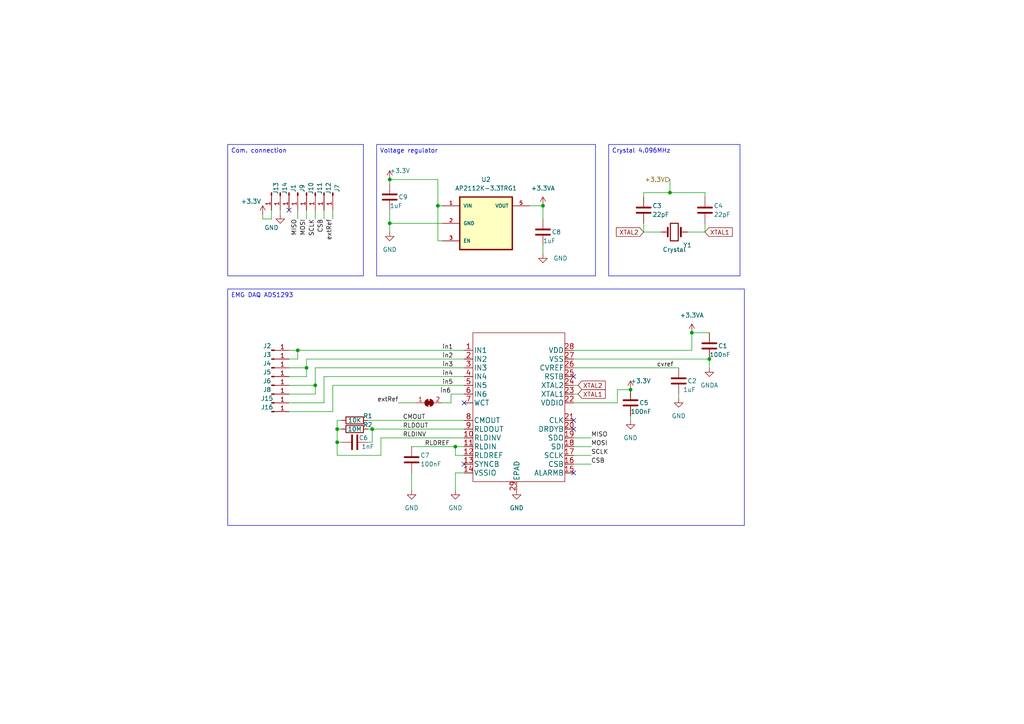
<source format=kicad_sch>
(kicad_sch (version 20231120) (generator "eeschema") (generator_version "8.0")
  (paper "A4")
  (title_block (title "EMG DAQ ADS1293") (date "2023-12-07") (rev "v1.0") (company "Aightech"))
  (lib_symbols
    (symbol "00_custom:ADS1293CISQE-NOPB" (pin_names (offset 0.254))
      (property "Reference" "U" (at 5.08 1.27 0))
      (property "Value" "ADS1293CISQE-NOPB" (at 16.51 -1.27 0))
      (symbol "ADS1293CISQE-NOPB_0_1"
        (rectangle (start 2.54 0) (end 29.21 -43.18))
      )
      (symbol "ADS1293CISQE-NOPB_1_1"
        (pin input line (at 0 -5.08 0) (length 2.54) (name "IN1") (number "1"))
        (pin input line (at 0 -30.48 0) (length 2.54) (name "RLDINV") (number "10"))
        (pin bidirectional line (at 0 -33.02 0) (length 2.54) (name "RLDIN") (number "11"))
        (pin output line (at 0 -35.56 0) (length 2.54) (name "RLDREF") (number "12"))
        (pin bidirectional line (at 0 -38.1 0) (length 2.54) (name "SYNCB") (number "13"))
        (pin power_in line (at 0 -40.64 0) (length 2.54) (name "VSSIO") (number "14"))
        (pin output line (at 31.75 -40.64 180) (length 2.54) (name "ALARMB") (number "15"))
        (pin input line (at 31.75 -38.1 180) (length 2.54) (name "CSB") (number "16"))
        (pin input line (at 31.75 -35.56 180) (length 2.54) (name "SCLK") (number "17"))
        (pin input line (at 31.75 -33.02 180) (length 2.54) (name "SDI") (number "18"))
        (pin output line (at 31.75 -30.48 180) (length 2.54) (name "SDO") (number "19"))
        (pin input line (at 0 -7.62 0) (length 2.54) (name "IN2") (number "2"))
        (pin output line (at 31.75 -27.94 180) (length 2.54) (name "DRDYB") (number "20"))
        (pin bidirectional line (at 31.75 -25.4 180) (length 2.54) (name "CLK") (number "21"))
        (pin power_in line (at 31.75 -20.32 180) (length 2.54) (name "VDDIO") (number "22"))
        (pin input line (at 31.75 -17.78 180) (length 2.54) (name "XTAL1") (number "23"))
        (pin input line (at 31.75 -15.24 180) (length 2.54) (name "XTAL2") (number "24"))
        (pin input line (at 31.75 -12.7 180) (length 2.54) (name "RSTB") (number "25"))
        (pin bidirectional line (at 31.75 -10.16 180) (length 2.54) (name "CVREF") (number "26"))
        (pin power_in line (at 31.75 -7.62 180) (length 2.54) (name "VSS") (number "27"))
        (pin power_in line (at 31.75 -5.08 180) (length 2.54) (name "VDD") (number "28"))
        (pin unspecified line (at 15.24 -45.72 90) (length 2.54) (name "EPAD") (number "29"))
        (pin input line (at 0 -10.16 0) (length 2.54) (name "IN3") (number "3"))
        (pin input line (at 0 -12.7 0) (length 2.54) (name "IN4") (number "4"))
        (pin input line (at 0 -15.24 0) (length 2.54) (name "IN5") (number "5"))
        (pin input line (at 0 -17.78 0) (length 2.54) (name "IN6") (number "6"))
        (pin output line (at 0 -20.32 0) (length 2.54) (name "WCT") (number "7"))
        (pin output line (at 0 -25.4 0) (length 2.54) (name "CMOUT") (number "8"))
        (pin output line (at 0 -27.94 0) (length 2.54) (name "RLDOUT") (number "9"))
      )
    )
    (symbol "00_custom:AP2112K-3.3TRG1" (pin_names (offset 1.016))
      (property "Reference" "U" (at -7.663 8.6476 0))
      (property "Value" "AP2112K-3.3TRG1" (at -7.6489 -11.6507 0))
      (symbol "AP2112K-3.3TRG1_0_0"
        (rectangle (start -7.62 7.62) (end 7.62 -7.62) (stroke (width 0.41)) (fill (type background)))
        (pin power_in line (at -12.7 5.08 0) (length 5.08) (name "VIN") (number "1"))
        (pin power_in line (at -12.7 0 0) (length 5.08) (name "GND") (number "2"))
        (pin input line (at -12.7 -5.08 0) (length 5.08) (name "EN") (number "3"))
        (pin power_in line (at 12.7 5.08 180) (length 5.08) (name "VOUT") (number "5"))
      )
    )
    (symbol "Connector:Conn_01x01_Pin" (pin_names (offset 1.016) hide)
      (property "Reference" "J" (at 0 2.54 0))
      (property "Value" "Conn_01x01_Pin" (at 0 -2.54 0))
      (symbol "Conn_01x01_Pin_1_1"
        (polyline (pts (xy 1.27 0) (xy 0.8636 0)) (stroke (width 0.1524)))
        (rectangle (start 0.8636 0.127) (end 0 -0.127) (stroke (width 0.1524)) (fill (type outline)))
        (pin passive line (at 5.08 0 180) (length 3.81) (name "Pin_1") (number "1"))
      )
    )
    (symbol "Device:C" (pin_numbers hide) (pin_names (offset 0.254))
      (property "Reference" "C" (at 0.635 2.54 0))
      (property "Value" "C" (at 0.635 -2.54 0))
      (symbol "C_0_1"
        (polyline (pts (xy -2.032 -0.762) (xy 2.032 -0.762)) (stroke (width 0.508)))
        (polyline (pts (xy -2.032 0.762) (xy 2.032 0.762)) (stroke (width 0.508)))
      )
      (symbol "C_1_1"
        (pin passive line (at 0 3.81 270) (length 2.794) (name "~") (number "1"))
        (pin passive line (at 0 -3.81 90) (length 2.794) (name "~") (number "2"))
      )
    )
    (symbol "Device:Crystal" (pin_numbers hide) (pin_names (offset 1.016) hide)
      (property "Reference" "Y" (at 0 3.81 0))
      (property "Value" "Crystal" (at 0 -3.81 0))
      (symbol "Crystal_0_1"
        (rectangle (start -1.143 2.54) (end 1.143 -2.54) (stroke (width 0.3048)))
        (polyline (pts (xy -2.54 0) (xy -1.905 0)))
        (polyline (pts (xy -1.905 -1.27) (xy -1.905 1.27)) (stroke (width 0.508)))
        (polyline (pts (xy 1.905 -1.27) (xy 1.905 1.27)) (stroke (width 0.508)))
        (polyline (pts (xy 2.54 0) (xy 1.905 0)))
      )
      (symbol "Crystal_1_1"
        (pin passive line (at -3.81 0 0) (length 1.27) (name "1") (number "1"))
        (pin passive line (at 3.81 0 180) (length 1.27) (name "2") (number "2"))
      )
    )
    (symbol "Device:R" (pin_numbers hide) (pin_names (offset 0))
      (property "Reference" "R" (at 2.032 0 90))
      (property "Value" "R" (at 0 0 90))
      (symbol "R_0_1"
        (rectangle (start -1.016 -2.54) (end 1.016 2.54) (stroke (width 0.254)))
      )
      (symbol "R_1_1"
        (pin passive line (at 0 3.81 270) (length 1.27) (name "~") (number "1"))
        (pin passive line (at 0 -3.81 90) (length 1.27) (name "~") (number "2"))
      )
    )
    (symbol "Jumper:SolderJumper_2_Bridged" (pin_names (offset 0) hide)
      (property "Reference" "JP" (at 0 2.032 0))
      (property "Value" "SolderJumper_2_Bridged" (at 0 -2.54 0))
      (symbol "SolderJumper_2_Bridged_0_1"
        (rectangle (start -0.508 0.508) (end 0.508 -0.508) (fill (type outline)))
        (arc (start -0.254 1.016) (mid -1.2656 0) (end -0.254 -1.016))
        (arc (start -0.254 1.016) (mid -1.2656 0) (end -0.254 -1.016) (fill (type outline)))
        (polyline (pts (xy -0.254 1.016) (xy -0.254 -1.016)))
        (polyline (pts (xy 0.254 1.016) (xy 0.254 -1.016)))
        (arc (start 0.254 -1.016) (mid 1.2656 0) (end 0.254 1.016))
        (arc (start 0.254 -1.016) (mid 1.2656 0) (end 0.254 1.016) (fill (type outline)))
      )
      (symbol "SolderJumper_2_Bridged_1_1"
        (pin passive line (at -3.81 0 0) (length 2.54) (name "A") (number "1"))
        (pin passive line (at 3.81 0 180) (length 2.54) (name "B") (number "2"))
      )
    )
    (symbol "power:+3.3V" (power) (pin_names (offset 0))
      (property "Value" "+3.3V" (at 0 3.556 0))
      (symbol "+3.3V_0_1"
        (polyline (pts (xy -0.762 1.27) (xy 0 2.54)))
        (polyline (pts (xy 0 0) (xy 0 2.54)))
        (polyline (pts (xy 0 2.54) (xy 0.762 1.27)))
      )
      (symbol "+3.3V_1_1"
        (pin power_in line (at 0 0 90) (length 0) hide (name "+3.3V") (number "1"))
      )
    )
    (symbol "power:+3.3VA" (power) (pin_names (offset 0))
      (property "Value" "+3.3VA" (at 0 3.556 0))
      (symbol "+3.3VA_0_1"
        (polyline (pts (xy -0.762 1.27) (xy 0 2.54)))
        (polyline (pts (xy 0 0) (xy 0 2.54)))
        (polyline (pts (xy 0 2.54) (xy 0.762 1.27)))
      )
      (symbol "+3.3VA_1_1"
        (pin power_in line (at 0 0 90) (length 0) hide (name "+3.3VA") (number "1"))
      )
    )
    (symbol "power:GND" (power) (pin_names (offset 0))
      (property "Value" "GND" (at 0 -3.81 0))
      (symbol "GND_0_1"
        (polyline (pts (xy 0 0) (xy 0 -1.27) (xy 1.27 -1.27) (xy 0 -2.54) (xy -1.27 -1.27) (xy 0 -1.27)))
      )
      (symbol "GND_1_1"
        (pin power_in line (at 0 0 270) (length 0) hide (name "GND") (number "1"))
      )
    )
    (symbol "power:GNDA" (power) (pin_names (offset 0))
      (property "Value" "GNDA" (at 0 -3.81 0))
      (symbol "GNDA_0_1"
        (polyline (pts (xy 0 0) (xy 0 -1.27) (xy 1.27 -1.27) (xy 0 -2.54) (xy -1.27 -1.27) (xy 0 -1.27)))
      )
      (symbol "GNDA_1_1"
        (pin power_in line (at 0 0 270) (length 0) hide (name "GNDA") (number "1"))
      )
    )
  )
  (junction (at 205.74 104.14))
  (junction (at 107.95 124.46))
  (junction (at 113.03 64.77))
  (junction (at 88.9 106.68))
  (junction (at 91.44 111.76))
  (junction (at 97.79 128.27))
  (junction (at 194.31 55.88))
  (junction (at 86.36 101.6))
  (junction (at 200.66 96.52))
  (junction (at 132.08 129.54))
  (junction (at 113.03 52.07))
  (junction (at 157.48 59.69))
  (junction (at 127 59.69))
  (junction (at 182.88 113.03))
  (junction (at 97.79 124.46))
  (no_connect (at 166.37 109.22))
  (no_connect (at 83.82 60.96))
  (no_connect (at 166.37 121.92))
  (no_connect (at 166.37 124.46))
  (no_connect (at 166.37 137.16))
  (no_connect (at 134.62 134.62))
  (no_connect (at 134.62 116.84))
  (wire (pts (xy 99.06 121.92) (xy 97.79 121.92)))
  (wire (pts (xy 91.44 106.68) (xy 91.44 111.76)))
  (wire (pts (xy 86.36 101.6) (xy 134.62 101.6)))
  (wire (pts (xy 83.82 104.14) (xy 86.36 104.14)))
  (wire (pts (xy 113.03 60.96) (xy 113.03 64.77)))
  (wire (pts (xy 166.37 106.68) (xy 196.85 106.68)))
  (wire (pts (xy 186.69 55.88) (xy 186.69 57.15)))
  (wire (pts (xy 194.31 55.88) (xy 186.69 55.88)))
  (wire (pts (xy 186.69 64.77) (xy 186.69 67.31)))
  (wire (pts (xy 127 69.85) (xy 127 59.69)))
  (wire (pts (xy 115.57 116.84) (xy 120.65 116.84)))
  (wire (pts (xy 88.9 60.96) (xy 88.9 63.5)))
  (wire (pts (xy 132.08 129.54) (xy 134.62 129.54)))
  (wire (pts (xy 194.31 55.88) (xy 204.47 55.88)))
  (wire (pts (xy 134.62 104.14) (xy 88.9 104.14)))
  (wire (pts (xy 166.37 104.14) (xy 205.74 104.14)))
  (wire (pts (xy 205.74 96.52) (xy 200.66 96.52)))
  (wire (pts (xy 127 59.69) (xy 128.27 59.69)))
  (wire (pts (xy 97.79 132.08) (xy 97.79 128.27)))
  (wire (pts (xy 97.79 124.46) (xy 97.79 128.27)))
  (wire (pts (xy 96.52 60.96) (xy 96.52 63.5)))
  (wire (pts (xy 88.9 109.22) (xy 88.9 106.68)))
  (wire (pts (xy 196.85 114.3) (xy 196.85 115.57)))
  (wire (pts (xy 83.82 109.22) (xy 88.9 109.22)))
  (wire (pts (xy 194.31 52.07) (xy 194.31 55.88)))
  (wire (pts (xy 91.44 60.96) (xy 91.44 63.5)))
  (wire (pts (xy 182.88 120.65) (xy 182.88 121.92)))
  (wire (pts (xy 130.81 114.3) (xy 134.62 114.3)))
  (wire (pts (xy 204.47 57.15) (xy 204.47 55.88)))
  (wire (pts (xy 166.37 132.08) (xy 171.45 132.08)))
  (wire (pts (xy 119.38 129.54) (xy 132.08 129.54)))
  (wire (pts (xy 96.52 111.76) (xy 96.52 119.38)))
  (wire (pts (xy 179.07 116.84) (xy 179.07 113.03)))
  (wire (pts (xy 128.27 116.84) (xy 130.81 116.84)))
  (wire (pts (xy 113.03 64.77) (xy 128.27 64.77)))
  (wire (pts (xy 205.74 104.14) (xy 205.74 106.68)))
  (wire (pts (xy 91.44 111.76) (xy 83.82 111.76)))
  (wire (pts (xy 97.79 128.27) (xy 99.06 128.27)))
  (wire (pts (xy 110.49 127) (xy 134.62 127)))
  (wire (pts (xy 76.2 63.5) (xy 78.74 63.5)))
  (wire (pts (xy 166.37 116.84) (xy 179.07 116.84)))
  (wire (pts (xy 130.81 116.84) (xy 130.81 114.3)))
  (wire (pts (xy 128.27 69.85) (xy 127 69.85)))
  (wire (pts (xy 83.82 114.3) (xy 91.44 114.3)))
  (wire (pts (xy 86.36 104.14) (xy 86.36 101.6)))
  (wire (pts (xy 134.62 132.08) (xy 132.08 132.08)))
  (wire (pts (xy 93.98 116.84) (xy 83.82 116.84)))
  (wire (pts (xy 107.95 124.46) (xy 107.95 128.27)))
  (wire (pts (xy 179.07 113.03) (xy 182.88 113.03)))
  (wire (pts (xy 134.62 109.22) (xy 93.98 109.22)))
  (wire (pts (xy 166.37 101.6) (xy 200.66 101.6)))
  (wire (pts (xy 127 52.07) (xy 127 59.69)))
  (wire (pts (xy 113.03 53.34) (xy 113.03 52.07)))
  (wire (pts (xy 91.44 114.3) (xy 91.44 111.76)))
  (wire (pts (xy 186.69 67.31) (xy 191.77 67.31)))
  (wire (pts (xy 96.52 119.38) (xy 83.82 119.38)))
  (wire (pts (xy 166.37 129.54) (xy 171.45 129.54)))
  (wire (pts (xy 113.03 64.77) (xy 113.03 67.31)))
  (wire (pts (xy 166.37 134.62) (xy 171.45 134.62)))
  (wire (pts (xy 107.95 124.46) (xy 134.62 124.46)))
  (wire (pts (xy 166.37 111.76) (xy 167.64 111.76)))
  (wire (pts (xy 157.48 59.69) (xy 157.48 63.5)))
  (wire (pts (xy 106.68 121.92) (xy 134.62 121.92)))
  (wire (pts (xy 119.38 137.16) (xy 119.38 142.24)))
  (wire (pts (xy 110.49 132.08) (xy 97.79 132.08)))
  (wire (pts (xy 86.36 60.96) (xy 86.36 63.5)))
  (wire (pts (xy 83.82 101.6) (xy 86.36 101.6)))
  (wire (pts (xy 93.98 109.22) (xy 93.98 116.84)))
  (wire (pts (xy 166.37 114.3) (xy 167.64 114.3)))
  (wire (pts (xy 106.68 124.46) (xy 107.95 124.46)))
  (wire (pts (xy 81.28 62.23) (xy 81.28 60.96)))
  (wire (pts (xy 157.48 71.12) (xy 157.48 73.66)))
  (wire (pts (xy 88.9 106.68) (xy 83.82 106.68)))
  (wire (pts (xy 88.9 104.14) (xy 88.9 106.68)))
  (wire (pts (xy 166.37 127) (xy 171.45 127)))
  (wire (pts (xy 204.47 67.31) (xy 204.47 64.77)))
  (wire (pts (xy 97.79 121.92) (xy 97.79 124.46)))
  (wire (pts (xy 200.66 101.6) (xy 200.66 96.52)))
  (wire (pts (xy 134.62 111.76) (xy 96.52 111.76)))
  (wire (pts (xy 199.39 67.31) (xy 204.47 67.31)))
  (wire (pts (xy 134.62 106.68) (xy 91.44 106.68)))
  (wire (pts (xy 78.74 60.96) (xy 78.74 63.5)))
  (wire (pts (xy 132.08 132.08) (xy 132.08 129.54)))
  (wire (pts (xy 153.67 59.69) (xy 157.48 59.69)))
  (wire (pts (xy 134.62 137.16) (xy 132.08 137.16)))
  (wire (pts (xy 99.06 124.46) (xy 97.79 124.46)))
  (wire (pts (xy 110.49 127) (xy 110.49 132.08)))
  (wire (pts (xy 132.08 137.16) (xy 132.08 142.24)))
  (wire (pts (xy 113.03 52.07) (xy 127 52.07)))
  (wire (pts (xy 93.98 60.96) (xy 93.98 63.5)))
  (wire (pts (xy 106.68 128.27) (xy 107.95 128.27)))
  (wire (pts (xy 76.2 62.23) (xy 76.2 63.5)))
  (text_box "Com. connection" (at 66.04 41.91 0) (size 39.37 38.1) (effects (font (size 1.27 1.27)) (justify left top)))
  (text_box "Crystal 4.096MHz" (at 176.53 41.91 0) (size 38.1 38.1) (effects (font (size 1.27 1.27)) (justify left top)))
  (text_box "Voltage regulator" (at 109.22 41.91 0) (size 63.5 38.1) (effects (font (size 1.27 1.27)) (justify left top)))
  (text_box "EMG DAQ ADS1293" (at 66.04 83.82 0) (size 149.86 68.58) (effects (font (size 1.27 1.27)) (justify left top)))
  (label "RLDREF" (at 123.19 129.54 0))
  (label "in2" (at 128.27 104.14 0))
  (label "extRef" (at 115.57 116.84 180))
  (label "RLDINV" (at 116.84 127 0))
  (label "in4" (at 128.27 109.22 0))
  (label "CSB" (at 171.45 134.62 0))
  (label "cvref" (at 190.5 106.68 0))
  (label "in5" (at 128.27 111.76 0))
  (label "MOSI" (at 88.9 63.5 270))
  (label "in6" (at 130.81 114.3 180))
  (label "MOSI" (at 171.45 129.54 0))
  (label "CMOUT" (at 116.84 121.92 0))
  (label "in1" (at 128.27 101.6 0))
  (label "RLDOUT" (at 116.84 124.46 0))
  (label "in3" (at 128.27 106.68 0))
  (label "CSB" (at 93.98 63.5 270))
  (label "extRef" (at 96.52 63.5 270))
  (label "MISO" (at 171.45 127 0))
  (label "SCLK" (at 171.45 132.08 0))
  (label "SCLK" (at 91.44 63.5 270))
  (label "MISO" (at 86.36 63.5 270))
  (global_label "XTAL2" (shape input) (at 186.69 67.31 180) (property "Intersheetrefs" "${INTERSHEET_REFS}" (effects (hide yes))))
  (global_label "XTAL1" (shape input) (at 204.47 67.31 0) (property "Intersheetrefs" "${INTERSHEET_REFS}" (effects (hide yes))))
  (global_label "XTAL2" (shape input) (at 167.64 111.76 0) (property "Intersheetrefs" "${INTERSHEET_REFS}" (effects (hide yes))))
  (global_label "XTAL1" (shape input) (at 167.64 114.3 0) (property "Intersheetrefs" "${INTERSHEET_REFS}" (effects (hide yes))))
  (hierarchical_label "+3.3V" (shape input) (at 194.31 52.07 180))
  (symbol (lib_id "power:GND") (at 81.28 62.23 0) (unit 1)
    (property "Reference" "#PWR07" (effects (hide yes)))
    (property "Value" "GND" (at 78.74 66.04 0))
  )
  (symbol (lib_id "power:GND") (at 157.48 73.66 0) (unit 1)
    (property "Reference" "#PWR012" (effects (hide yes)))
    (property "Value" "GND" (at 162.56 74.93 0))
  )
  (symbol (lib_id "00_custom:AP2112K-3.3TRG1") (at 140.97 64.77 0) (unit 1)
    (property "Reference" "U2" (at 140.97 52.07 0))
    (property "Value" "AP2112K-3.3TRG1" (at 140.97 54.61 0))
    (property "Footprint" "00_custom-footprints:SOT95P285X140-5N" (effects (hide yes)))
    (property "Description" "\nVoltage Regulators, LDO, 600mA CMOS LDO 50mA 3.3V 250mV | Diodes Inc AP2112K-3.3TRG1\n" (effects (hide yes)))
    (property "MF" "Diodes Inc." (effects (hide yes)))
    (property "Package" "SOT-753 Diodes Inc." (effects (hide yes)))
    (property "Price" "None" (effects (hide yes)))
    (property "Check_prices" "https://www.snapeda.com/parts/AP2112K-3.3TRG1/Diodes+Inc./view-part/?ref=eda" (effects (hide yes)))
    (property "PARTREV" "2-2" (effects (hide yes)))
    (property "SnapEDA_Link" "https://www.snapeda.com/parts/AP2112K-3.3TRG1/Diodes+Inc./view-part/?ref=snap" (effects (hide yes)))
    (property "MP" "AP2112K-3.3TRG1" (effects (hide yes)))
    (property "Purchase-URL" "https://www.snapeda.com/api/url_track_click_mouser/?unipart_id=454988&manufacturer=Diodes Inc.&part_name=AP2112K-3.3TRG1&search_term=None" (effects (hide yes)))
    (property "Availability" "In Stock" (effects (hide yes)))
    (property "MANUFACTURER" "Diodes Inc." (effects (hide yes)))
    (property "LCSC" "C51118" (effects (hide yes)))
  )
  (symbol (lib_id "Device:C") (at 205.74 100.33 0) (unit 1)
    (property "Reference" "C1" (at 208.28 100.33 0) (effects (justify left)))
    (property "Value" "100nF" (at 205.74 102.87 0) (effects (justify left)))
    (property "Footprint" "Capacitor_SMD:C_0402_1005Metric" (effects (hide yes)))
  )
  (symbol (lib_id "power:+3.3VA") (at 200.66 96.52 0) (unit 1)
    (property "Reference" "#PWR015" (effects (hide yes)))
    (property "Value" "+3.3VA" (at 200.66 91.44 0))
  )
  (symbol (lib_id "Connector:Conn_01x01_Pin") (at 81.28 55.88 270) (unit 1)
    (property "Reference" "J14" (at 82.55 54.61 0))
    (property "Value" "Conn_01x01_Pin" (effects (hide yes)))
    (property "Footprint" "Connector_PinHeader_1.27mm:PinHeader_1x01_P1.27mm_Vertical" (effects (hide yes)))
  )
  (symbol (lib_id "00_custom:ADS1293CISQE-NOPB") (at 134.62 96.52 0) (unit 1)
    (property "Reference" "U1" (effects (hide yes)))
    (property "Value" "ADS1293CISQE-NOPB" (effects (hide yes)))
    (property "Footprint" "00_Custom:ADS1293CISQE" (effects (hide yes)))
    (property "LCSC" "C181260" (effects (hide yes)))
  )
  (symbol (lib_id "Device:C") (at 186.69 60.96 0) (unit 1)
    (property "Reference" "C3" (at 189.23 59.69 0) (effects (justify left)))
    (property "Value" "22pF" (at 189.23 62.23 0) (effects (justify left)))
    (property "Footprint" "Capacitor_SMD:C_0402_1005Metric" (effects (hide yes)))
  )
  (symbol (lib_id "Connector:Conn_01x01_Pin") (at 78.74 119.38 0) (unit 1)
    (property "Reference" "J16" (at 77.47 118.11 0))
    (property "Value" "Conn_01x01_Pin" (effects (hide yes)))
    (property "Footprint" "Connector_PinHeader_1.27mm:PinHeader_1x01_P1.27mm_Vertical" (effects (hide yes)))
  )
  (symbol (lib_id "Connector:Conn_01x01_Pin") (at 78.74 55.88 270) (unit 1)
    (property "Reference" "J13" (at 80.01 54.61 0))
    (property "Value" "Conn_01x01_Pin" (effects (hide yes)))
    (property "Footprint" "Connector_PinHeader_1.27mm:PinHeader_1x01_P1.27mm_Vertical" (effects (hide yes)))
  )
  (symbol (lib_id "power:GND") (at 119.38 142.24 0) (unit 1)
    (property "Reference" "#PWR08" (effects (hide yes)))
    (property "Value" "GND" (at 119.38 147.32 0))
  )
  (symbol (lib_id "Device:C") (at 196.85 110.49 0) (unit 1)
    (property "Reference" "C2" (at 199.39 110.49 0) (effects (justify left)))
    (property "Value" "1uF" (at 198.12 113.03 0) (effects (justify left)))
    (property "Footprint" "Capacitor_SMD:C_0402_1005Metric" (effects (hide yes)))
  )
  (symbol (lib_id "Device:C") (at 204.47 60.96 0) (unit 1)
    (property "Reference" "C4" (at 207.01 59.69 0) (effects (justify left)))
    (property "Value" "22pF" (at 207.01 62.23 0) (effects (justify left)))
    (property "Footprint" "Capacitor_SMD:C_0402_1005Metric" (effects (hide yes)))
  )
  (symbol (lib_id "Device:C") (at 102.87 128.27 90) (unit 1)
    (property "Reference" "C6" (at 105.41 127 90))
    (property "Value" "1nF" (at 106.68 129.54 90))
    (property "Footprint" "Capacitor_SMD:C_0402_1005Metric" (effects (hide yes)))
  )
  (symbol (lib_id "power:+3.3V") (at 76.2 62.23 0) (unit 1)
    (property "Reference" "#PWR06" (effects (hide yes)))
    (property "Value" "+3.3V" (at 69.85 58.42 0) (effects (justify left)))
  )
  (symbol (lib_id "Device:C") (at 119.38 133.35 0) (unit 1)
    (property "Reference" "C7" (at 121.92 132.08 0) (effects (justify left)))
    (property "Value" "100nF" (at 121.92 134.62 0) (effects (justify left)))
    (property "Footprint" "Capacitor_SMD:C_0402_1005Metric" (effects (hide yes)))
  )
  (symbol (lib_id "Connector:Conn_01x01_Pin") (at 78.74 111.76 0) (unit 1)
    (property "Reference" "J6" (at 77.47 110.49 0))
    (property "Value" "Conn_01x01_Pin" (effects (hide yes)))
    (property "Footprint" "Connector_PinHeader_1.27mm:PinHeader_1x01_P1.27mm_Vertical" (effects (hide yes)))
  )
  (symbol (lib_id "power:GND") (at 132.08 142.24 0) (unit 1)
    (property "Reference" "#PWR09" (effects (hide yes)))
    (property "Value" "GND" (at 132.08 147.32 0))
  )
  (symbol (lib_id "Connector:Conn_01x01_Pin") (at 78.74 116.84 0) (unit 1)
    (property "Reference" "J15" (at 77.47 115.57 0))
    (property "Value" "Conn_01x01_Pin" (effects (hide yes)))
    (property "Footprint" "Connector_PinHeader_1.27mm:PinHeader_1x01_P1.27mm_Vertical" (effects (hide yes)))
  )
  (symbol (lib_id "power:GNDA") (at 205.74 106.68 0) (unit 1)
    (property "Reference" "#PWR02" (effects (hide yes)))
    (property "Value" "GNDA" (at 205.74 111.76 0))
  )
  (symbol (lib_id "Connector:Conn_01x01_Pin") (at 86.36 55.88 270) (unit 1)
    (property "Reference" "J9" (at 87.63 54.61 0))
    (property "Value" "Conn_01x01_Pin" (effects (hide yes)))
    (property "Footprint" "Connector_PinHeader_1.27mm:PinHeader_1x01_P1.27mm_Vertical" (effects (hide yes)))
  )
  (symbol (lib_id "Connector:Conn_01x01_Pin") (at 93.98 55.88 270) (unit 1)
    (property "Reference" "J12" (at 95.25 54.61 0))
    (property "Value" "Conn_01x01_Pin" (effects (hide yes)))
    (property "Footprint" "Connector_PinHeader_1.27mm:PinHeader_1x01_P1.27mm_Vertical" (effects (hide yes)))
  )
  (symbol (lib_id "Device:Crystal") (at 195.58 67.31 180) (unit 1)
    (property "Reference" "Y1" (at 199.39 71.12 0))
    (property "Value" "Crystal" (at 195.58 72.39 0))
    (property "Footprint" "Crystal:Crystal_SMD_HC49-SD" (effects (hide yes)))
    (property "LCSC" "C74858" (effects (hide yes)))
  )
  (symbol (lib_id "Device:R") (at 102.87 121.92 90) (unit 1)
    (property "Reference" "R1" (at 106.68 120.65 90))
    (property "Value" "10K" (at 102.87 121.92 90))
    (property "Footprint" "Capacitor_SMD:C_0402_1005Metric" (effects (hide yes)))
  )
  (symbol (lib_id "Connector:Conn_01x01_Pin") (at 78.74 109.22 0) (unit 1)
    (property "Reference" "J5" (at 77.47 107.95 0))
    (property "Value" "Conn_01x01_Pin" (effects (hide yes)))
    (property "Footprint" "Connector_PinHeader_1.27mm:PinHeader_1x01_P1.27mm_Vertical" (effects (hide yes)))
  )
  (symbol (lib_id "power:GND") (at 182.88 121.92 0) (unit 1)
    (property "Reference" "#PWR05" (effects (hide yes)))
    (property "Value" "GND" (at 182.88 127 0))
  )
  (symbol (lib_id "Connector:Conn_01x01_Pin") (at 78.74 101.6 0) (unit 1)
    (property "Reference" "J2" (at 77.47 100.33 0))
    (property "Value" "Conn_01x01_Pin" (effects (hide yes)))
    (property "Footprint" "Connector_PinHeader_1.27mm:PinHeader_1x01_P1.27mm_Vertical" (effects (hide yes)))
  )
  (symbol (lib_id "power:GND") (at 149.86 142.24 0) (unit 1)
    (property "Reference" "#PWR010" (effects (hide yes)))
    (property "Value" "GND" (at 149.86 147.32 0))
  )
  (symbol (lib_id "Device:C") (at 157.48 67.31 0) (unit 1)
    (property "Reference" "C8" (at 160.02 67.31 0) (effects (justify left)))
    (property "Value" "1uF" (at 157.48 69.85 0) (effects (justify left)))
    (property "Footprint" "Capacitor_SMD:C_0402_1005Metric" (effects (hide yes)))
  )
  (symbol (lib_id "Jumper:SolderJumper_2_Bridged") (at 124.46 116.84 0) (unit 1)
    (property "Reference" "JP2" (effects (hide yes)))
    (property "Value" "SolderJumper_2_Bridged" (effects (hide yes)))
    (property "Footprint" "Jumper:SolderJumper-2_P1.3mm_Bridged2Bar_RoundedPad1.0x1.5mm" (effects (hide yes)))
  )
  (symbol (lib_id "Connector:Conn_01x01_Pin") (at 96.52 55.88 270) (unit 1)
    (property "Reference" "J7" (at 97.79 54.61 0))
    (property "Value" "Conn_01x01_Pin" (effects (hide yes)))
    (property "Footprint" "Connector_PinHeader_1.27mm:PinHeader_1x01_P1.27mm_Vertical" (effects (hide yes)))
  )
  (symbol (lib_id "Device:R") (at 102.87 124.46 90) (unit 1)
    (property "Reference" "R2" (at 106.68 123.19 90))
    (property "Value" "10M" (at 102.87 124.46 90))
    (property "Footprint" "Capacitor_SMD:C_0402_1005Metric" (effects (hide yes)))
  )
  (symbol (lib_id "Device:C") (at 113.03 57.15 0) (unit 1)
    (property "Reference" "C9" (at 115.57 57.15 0) (effects (justify left)))
    (property "Value" "1uF" (at 113.03 59.69 0) (effects (justify left)))
    (property "Footprint" "Capacitor_SMD:C_0402_1005Metric" (effects (hide yes)))
  )
  (symbol (lib_id "Connector:Conn_01x01_Pin") (at 78.74 106.68 0) (unit 1)
    (property "Reference" "J4" (at 77.47 105.41 0))
    (property "Value" "Conn_01x01_Pin" (effects (hide yes)))
    (property "Footprint" "Connector_PinHeader_1.27mm:PinHeader_1x01_P1.27mm_Vertical" (effects (hide yes)))
  )
  (symbol (lib_id "Device:C") (at 182.88 116.84 0) (unit 1)
    (property "Reference" "C5" (at 185.42 116.84 0) (effects (justify left)))
    (property "Value" "100nF" (at 182.88 119.38 0) (effects (justify left)))
    (property "Footprint" "Capacitor_SMD:C_0402_1005Metric" (effects (hide yes)))
  )
  (symbol (lib_id "Connector:Conn_01x01_Pin") (at 78.74 114.3 0) (unit 1)
    (property "Reference" "J8" (at 77.47 113.03 0))
    (property "Value" "Conn_01x01_Pin" (effects (hide yes)))
    (property "Footprint" "Connector_PinHeader_1.27mm:PinHeader_1x01_P1.27mm_Vertical" (effects (hide yes)))
  )
  (symbol (lib_id "Connector:Conn_01x01_Pin") (at 83.82 55.88 270) (unit 1)
    (property "Reference" "J1" (at 85.09 54.61 0))
    (property "Value" "Conn_01x01_Pin" (effects (hide yes)))
    (property "Footprint" "Connector_PinHeader_1.27mm:PinHeader_1x01_P1.27mm_Vertical" (effects (hide yes)))
  )
  (symbol (lib_id "Connector:Conn_01x01_Pin") (at 91.44 55.88 270) (unit 1)
    (property "Reference" "J11" (at 92.71 54.61 0))
    (property "Value" "Conn_01x01_Pin" (effects (hide yes)))
    (property "Footprint" "Connector_PinHeader_1.27mm:PinHeader_1x01_P1.27mm_Vertical" (effects (hide yes)))
  )
  (symbol (lib_id "power:GND") (at 196.85 115.57 0) (unit 1)
    (property "Reference" "#PWR04" (effects (hide yes)))
    (property "Value" "GND" (at 196.85 120.65 0))
  )
  (symbol (lib_id "power:+3.3V") (at 113.03 52.07 0) (unit 1)
    (property "Reference" "#PWR013" (effects (hide yes)))
    (property "Value" "+3.3V" (at 113.03 49.53 0) (effects (justify left)))
  )
  (symbol (lib_id "Connector:Conn_01x01_Pin") (at 78.74 104.14 0) (unit 1)
    (property "Reference" "J3" (at 77.47 102.87 0))
    (property "Value" "Conn_01x01_Pin" (effects (hide yes)))
    (property "Footprint" "Connector_PinHeader_1.27mm:PinHeader_1x01_P1.27mm_Vertical" (effects (hide yes)))
  )
  (symbol (lib_id "power:GND") (at 113.03 67.31 0) (unit 1)
    (property "Reference" "#PWR011" (effects (hide yes)))
    (property "Value" "GND" (at 113.03 72.39 0))
  )
  (symbol (lib_id "Connector:Conn_01x01_Pin") (at 88.9 55.88 270) (unit 1)
    (property "Reference" "J10" (at 90.17 54.61 0))
    (property "Value" "Conn_01x01_Pin" (effects (hide yes)))
    (property "Footprint" "Connector_PinHeader_1.27mm:PinHeader_1x01_P1.27mm_Vertical" (effects (hide yes)))
  )
  (symbol (lib_id "power:+3.3V") (at 182.88 113.03 0) (unit 1)
    (property "Reference" "#PWR03" (effects (hide yes)))
    (property "Value" "+3.3V" (at 182.88 110.49 0) (effects (justify left)))
  )
  (symbol (lib_id "power:+3.3VA") (at 157.48 59.69 0) (unit 1)
    (property "Reference" "#PWR014" (effects (hide yes)))
    (property "Value" "+3.3VA" (at 157.48 54.61 0))
  )
)
</source>
